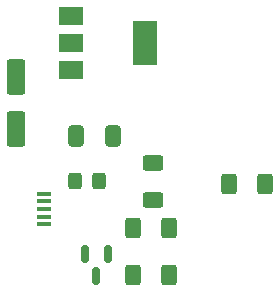
<source format=gtp>
%TF.GenerationSoftware,KiCad,Pcbnew,(6.0.7)*%
%TF.CreationDate,2022-09-15T17:21:33-05:00*%
%TF.ProjectId,starlightremote,73746172-6c69-4676-9874-72656d6f7465,rev?*%
%TF.SameCoordinates,Original*%
%TF.FileFunction,Paste,Top*%
%TF.FilePolarity,Positive*%
%FSLAX46Y46*%
G04 Gerber Fmt 4.6, Leading zero omitted, Abs format (unit mm)*
G04 Created by KiCad (PCBNEW (6.0.7)) date 2022-09-15 17:21:33*
%MOMM*%
%LPD*%
G01*
G04 APERTURE LIST*
G04 Aperture macros list*
%AMRoundRect*
0 Rectangle with rounded corners*
0 $1 Rounding radius*
0 $2 $3 $4 $5 $6 $7 $8 $9 X,Y pos of 4 corners*
0 Add a 4 corners polygon primitive as box body*
4,1,4,$2,$3,$4,$5,$6,$7,$8,$9,$2,$3,0*
0 Add four circle primitives for the rounded corners*
1,1,$1+$1,$2,$3*
1,1,$1+$1,$4,$5*
1,1,$1+$1,$6,$7*
1,1,$1+$1,$8,$9*
0 Add four rect primitives between the rounded corners*
20,1,$1+$1,$2,$3,$4,$5,0*
20,1,$1+$1,$4,$5,$6,$7,0*
20,1,$1+$1,$6,$7,$8,$9,0*
20,1,$1+$1,$8,$9,$2,$3,0*%
G04 Aperture macros list end*
%ADD10RoundRect,0.250000X-0.412500X-0.650000X0.412500X-0.650000X0.412500X0.650000X-0.412500X0.650000X0*%
%ADD11RoundRect,0.250000X-0.550000X1.250000X-0.550000X-1.250000X0.550000X-1.250000X0.550000X1.250000X0*%
%ADD12RoundRect,0.250000X0.325000X0.450000X-0.325000X0.450000X-0.325000X-0.450000X0.325000X-0.450000X0*%
%ADD13R,1.300000X0.450000*%
%ADD14RoundRect,0.150000X-0.150000X0.587500X-0.150000X-0.587500X0.150000X-0.587500X0.150000X0.587500X0*%
%ADD15RoundRect,0.250000X-0.400000X-0.625000X0.400000X-0.625000X0.400000X0.625000X-0.400000X0.625000X0*%
%ADD16RoundRect,0.250000X-0.625000X0.400000X-0.625000X-0.400000X0.625000X-0.400000X0.625000X0.400000X0*%
%ADD17R,2.000000X1.500000*%
%ADD18R,2.000000X3.800000*%
%ADD19RoundRect,0.250000X0.400000X0.625000X-0.400000X0.625000X-0.400000X-0.625000X0.400000X-0.625000X0*%
G04 APERTURE END LIST*
D10*
X98259500Y-84328000D03*
X101384500Y-84328000D03*
D11*
X93218000Y-79334000D03*
X93218000Y-83734000D03*
D12*
X100243750Y-88106250D03*
X98193750Y-88106250D03*
D13*
X95562500Y-89187500D03*
X95562500Y-89837500D03*
X95562500Y-90487500D03*
X95562500Y-91137500D03*
X95562500Y-91787500D03*
D14*
X100962500Y-94312500D03*
X99062500Y-94312500D03*
X100012500Y-96187500D03*
D15*
X103072000Y-96043750D03*
X106172000Y-96043750D03*
X103098000Y-92075000D03*
X106198000Y-92075000D03*
D16*
X104775000Y-86614000D03*
X104775000Y-89714000D03*
D17*
X97840000Y-74154000D03*
X97840000Y-76454000D03*
D18*
X104140000Y-76454000D03*
D17*
X97840000Y-78754000D03*
D19*
X114326000Y-88392000D03*
X111226000Y-88392000D03*
M02*

</source>
